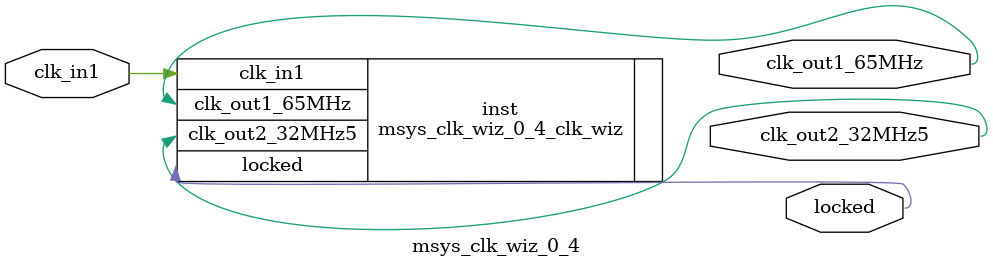
<source format=v>


`timescale 1ps/1ps

(* CORE_GENERATION_INFO = "msys_clk_wiz_0_4,clk_wiz_v6_0_5_0_0,{component_name=msys_clk_wiz_0_4,use_phase_alignment=true,use_min_o_jitter=false,use_max_i_jitter=false,use_dyn_phase_shift=false,use_inclk_switchover=false,use_dyn_reconfig=false,enable_axi=0,feedback_source=FDBK_AUTO,PRIMITIVE=PLL,num_out_clk=2,clkin1_period=15.385,clkin2_period=10.000,use_power_down=false,use_reset=false,use_locked=true,use_inclk_stopped=false,feedback_type=SINGLE,CLOCK_MGR_TYPE=NA,manual_override=false}" *)

module msys_clk_wiz_0_4 
 (
  // Clock out ports
  output        clk_out1_65MHz,
  output        clk_out2_32MHz5,
  // Status and control signals
  output        locked,
 // Clock in ports
  input         clk_in1
 );

  msys_clk_wiz_0_4_clk_wiz inst
  (
  // Clock out ports  
  .clk_out1_65MHz(clk_out1_65MHz),
  .clk_out2_32MHz5(clk_out2_32MHz5),
  // Status and control signals               
  .locked(locked),
 // Clock in ports
  .clk_in1(clk_in1)
  );

endmodule

</source>
